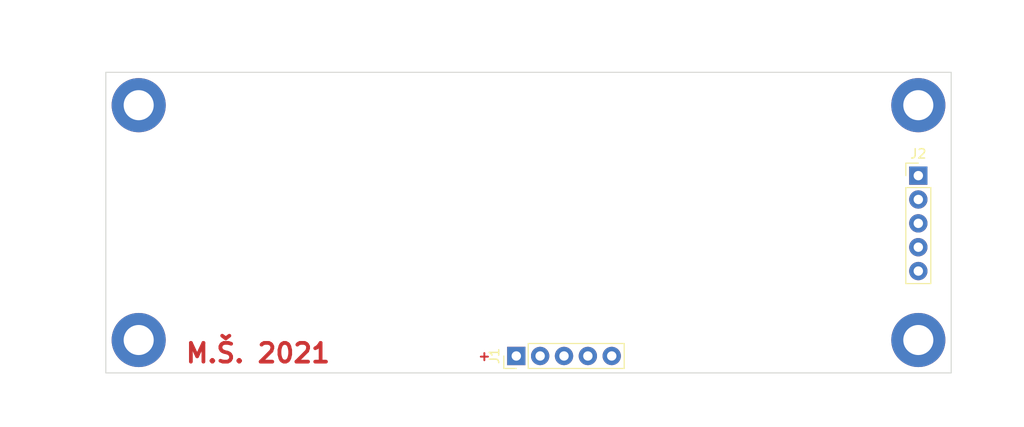
<source format=kicad_pcb>
(kicad_pcb (version 20171130) (host pcbnew 5.1.12-1.fc35)

  (general
    (thickness 1.6)
    (drawings 10)
    (tracks 0)
    (zones 0)
    (modules 6)
    (nets 10)
  )

  (page A4)
  (title_block
    (title "Řízení 3fáz motoru - sensor otočení")
    (date 2021-11-23)
    (rev A)
  )

  (layers
    (0 F.Cu signal)
    (31 B.Cu signal)
    (32 B.Adhes user)
    (33 F.Adhes user)
    (34 B.Paste user)
    (35 F.Paste user)
    (36 B.SilkS user)
    (37 F.SilkS user)
    (38 B.Mask user)
    (39 F.Mask user)
    (40 Dwgs.User user)
    (41 Cmts.User user)
    (42 Eco1.User user)
    (43 Eco2.User user)
    (44 Edge.Cuts user)
    (45 Margin user)
    (46 B.CrtYd user)
    (47 F.CrtYd user)
    (48 B.Fab user)
    (49 F.Fab user)
  )

  (setup
    (last_trace_width 1)
    (trace_clearance 0.4)
    (zone_clearance 0.508)
    (zone_45_only no)
    (trace_min 0.2)
    (via_size 2)
    (via_drill 1)
    (via_min_size 0.4)
    (via_min_drill 0.3)
    (uvia_size 0.3)
    (uvia_drill 0.1)
    (uvias_allowed no)
    (uvia_min_size 0.2)
    (uvia_min_drill 0.1)
    (edge_width 0.1)
    (segment_width 0.2)
    (pcb_text_width 0.3)
    (pcb_text_size 1.5 1.5)
    (mod_edge_width 0.15)
    (mod_text_size 1 1)
    (mod_text_width 0.15)
    (pad_size 1.524 1.524)
    (pad_drill 0.762)
    (pad_to_mask_clearance 0)
    (aux_axis_origin 0 0)
    (visible_elements FFFFFF7F)
    (pcbplotparams
      (layerselection 0x010fc_ffffffff)
      (usegerberextensions false)
      (usegerberattributes true)
      (usegerberadvancedattributes true)
      (creategerberjobfile true)
      (excludeedgelayer true)
      (linewidth 0.200000)
      (plotframeref false)
      (viasonmask false)
      (mode 1)
      (useauxorigin false)
      (hpglpennumber 1)
      (hpglpenspeed 20)
      (hpglpendiameter 15.000000)
      (psnegative false)
      (psa4output false)
      (plotreference true)
      (plotvalue true)
      (plotinvisibletext false)
      (padsonsilk false)
      (subtractmaskfromsilk false)
      (outputformat 1)
      (mirror false)
      (drillshape 1)
      (scaleselection 1)
      (outputdirectory ""))
  )

  (net 0 "")
  (net 1 GNDD)
  (net 2 +5V)
  (net 3 "Net-(IO1-Pad7)")
  (net 4 "Net-(IO1-Pad3)")
  (net 5 "Net-(IO2-Pad7)")
  (net 6 "Net-(IO2-Pad3)")
  (net 7 "Net-(IO3-Pad7)")
  (net 8 "Net-(IO3-Pad3)")
  (net 9 "Net-(J1-Pad5)")

  (net_class Default "This is the default net class."
    (clearance 0.4)
    (trace_width 1)
    (via_dia 2)
    (via_drill 1)
    (uvia_dia 0.3)
    (uvia_drill 0.1)
    (add_net +5V)
    (add_net GNDD)
    (add_net "Net-(IO1-Pad3)")
    (add_net "Net-(IO1-Pad7)")
    (add_net "Net-(IO2-Pad3)")
    (add_net "Net-(IO2-Pad7)")
    (add_net "Net-(IO3-Pad3)")
    (add_net "Net-(IO3-Pad7)")
    (add_net "Net-(J1-Pad5)")
  )

  (module MountingHole:MountingHole_3.2mm_M3_DIN965_Pad (layer F.Cu) (tedit 56D1B4CB) (tstamp 619C3459)
    (at 197 116)
    (descr "Mounting Hole 3.2mm, M3, DIN965")
    (tags "mounting hole 3.2mm m3 din965")
    (attr virtual)
    (fp_text reference REF** (at 0 -3.8) (layer F.SilkS) hide
      (effects (font (size 1 1) (thickness 0.15)))
    )
    (fp_text value MountingHole_3.2mm_M3_DIN965_Pad (at 0 3.8) (layer F.Fab) hide
      (effects (font (size 1 1) (thickness 0.15)))
    )
    (fp_circle (center 0 0) (end 2.8 0) (layer Cmts.User) (width 0.15))
    (fp_circle (center 0 0) (end 3.05 0) (layer F.CrtYd) (width 0.05))
    (fp_text user %R (at 0.3 0) (layer F.Fab) hide
      (effects (font (size 1 1) (thickness 0.15)))
    )
    (pad 1 thru_hole circle (at 0 0) (size 5.76 5.76) (drill 3.2) (layers *.Cu *.Mask))
  )

  (module MountingHole:MountingHole_3.2mm_M3_DIN965_Pad (layer F.Cu) (tedit 56D1B4CB) (tstamp 619C3459)
    (at 114 116)
    (descr "Mounting Hole 3.2mm, M3, DIN965")
    (tags "mounting hole 3.2mm m3 din965")
    (attr virtual)
    (fp_text reference REF** (at 0 -3.8) (layer F.SilkS) hide
      (effects (font (size 1 1) (thickness 0.15)))
    )
    (fp_text value MountingHole_3.2mm_M3_DIN965_Pad (at 0 3.8) (layer F.Fab) hide
      (effects (font (size 1 1) (thickness 0.15)))
    )
    (fp_circle (center 0 0) (end 2.8 0) (layer Cmts.User) (width 0.15))
    (fp_circle (center 0 0) (end 3.05 0) (layer F.CrtYd) (width 0.05))
    (fp_text user %R (at 0.3 0) (layer F.Fab) hide
      (effects (font (size 1 1) (thickness 0.15)))
    )
    (pad 1 thru_hole circle (at 0 0) (size 5.76 5.76) (drill 3.2) (layers *.Cu *.Mask))
  )

  (module MountingHole:MountingHole_3.2mm_M3_DIN965_Pad (layer F.Cu) (tedit 56D1B4CB) (tstamp 619C3459)
    (at 114 91)
    (descr "Mounting Hole 3.2mm, M3, DIN965")
    (tags "mounting hole 3.2mm m3 din965")
    (attr virtual)
    (fp_text reference REF** (at 0 -3.8) (layer F.SilkS) hide
      (effects (font (size 1 1) (thickness 0.15)))
    )
    (fp_text value MountingHole_3.2mm_M3_DIN965_Pad (at 0 3.8) (layer F.Fab) hide
      (effects (font (size 1 1) (thickness 0.15)))
    )
    (fp_circle (center 0 0) (end 2.8 0) (layer Cmts.User) (width 0.15))
    (fp_circle (center 0 0) (end 3.05 0) (layer F.CrtYd) (width 0.05))
    (fp_text user %R (at 0.3 0) (layer F.Fab) hide
      (effects (font (size 1 1) (thickness 0.15)))
    )
    (pad 1 thru_hole circle (at 0 0) (size 5.76 5.76) (drill 3.2) (layers *.Cu *.Mask))
  )

  (module MountingHole:MountingHole_3.2mm_M3_DIN965_Pad (layer F.Cu) (tedit 56D1B4CB) (tstamp 619C2F3F)
    (at 197 91)
    (descr "Mounting Hole 3.2mm, M3, DIN965")
    (tags "mounting hole 3.2mm m3 din965")
    (attr virtual)
    (fp_text reference REF** (at 0 -3.8) (layer F.SilkS) hide
      (effects (font (size 1 1) (thickness 0.15)))
    )
    (fp_text value MountingHole_3.2mm_M3_DIN965_Pad (at 0 3.8) (layer F.Fab) hide
      (effects (font (size 1 1) (thickness 0.15)))
    )
    (fp_circle (center 0 0) (end 2.8 0) (layer Cmts.User) (width 0.15))
    (fp_circle (center 0 0) (end 3.05 0) (layer F.CrtYd) (width 0.05))
    (fp_text user %R (at 0.3 0) (layer F.Fab) hide
      (effects (font (size 1 1) (thickness 0.15)))
    )
    (pad 1 thru_hole circle (at 0 0) (size 5.76 5.76) (drill 3.2) (layers *.Cu *.Mask))
  )

  (module Connector_PinHeader_2.54mm:PinHeader_1x05_P2.54mm_Vertical (layer F.Cu) (tedit 59FED5CC) (tstamp 619C34D3)
    (at 197 98.5)
    (descr "Through hole straight pin header, 1x05, 2.54mm pitch, single row")
    (tags "Through hole pin header THT 1x05 2.54mm single row")
    (path /61ABDD14)
    (fp_text reference J2 (at 0 -2.33) (layer F.SilkS)
      (effects (font (size 1 1) (thickness 0.15)))
    )
    (fp_text value output (at 0 12.49) (layer F.Fab)
      (effects (font (size 1 1) (thickness 0.15)))
    )
    (fp_line (start 1.8 -1.8) (end -1.8 -1.8) (layer F.CrtYd) (width 0.05))
    (fp_line (start 1.8 11.95) (end 1.8 -1.8) (layer F.CrtYd) (width 0.05))
    (fp_line (start -1.8 11.95) (end 1.8 11.95) (layer F.CrtYd) (width 0.05))
    (fp_line (start -1.8 -1.8) (end -1.8 11.95) (layer F.CrtYd) (width 0.05))
    (fp_line (start -1.33 -1.33) (end 0 -1.33) (layer F.SilkS) (width 0.12))
    (fp_line (start -1.33 0) (end -1.33 -1.33) (layer F.SilkS) (width 0.12))
    (fp_line (start -1.33 1.27) (end 1.33 1.27) (layer F.SilkS) (width 0.12))
    (fp_line (start 1.33 1.27) (end 1.33 11.49) (layer F.SilkS) (width 0.12))
    (fp_line (start -1.33 1.27) (end -1.33 11.49) (layer F.SilkS) (width 0.12))
    (fp_line (start -1.33 11.49) (end 1.33 11.49) (layer F.SilkS) (width 0.12))
    (fp_line (start -1.27 -0.635) (end -0.635 -1.27) (layer F.Fab) (width 0.1))
    (fp_line (start -1.27 11.43) (end -1.27 -0.635) (layer F.Fab) (width 0.1))
    (fp_line (start 1.27 11.43) (end -1.27 11.43) (layer F.Fab) (width 0.1))
    (fp_line (start 1.27 -1.27) (end 1.27 11.43) (layer F.Fab) (width 0.1))
    (fp_line (start -0.635 -1.27) (end 1.27 -1.27) (layer F.Fab) (width 0.1))
    (fp_text user %R (at 0 5.08 90) (layer F.Fab)
      (effects (font (size 1 1) (thickness 0.15)))
    )
    (pad 5 thru_hole oval (at 0 10.16) (size 1.95 1.95) (drill 1) (layers *.Cu *.Mask)
      (net 1 GNDD))
    (pad 4 thru_hole oval (at 0 7.62) (size 1.95 1.95) (drill 1) (layers *.Cu *.Mask)
      (net 7 "Net-(IO3-Pad7)"))
    (pad 3 thru_hole oval (at 0 5.08) (size 1.95 1.95) (drill 1) (layers *.Cu *.Mask)
      (net 5 "Net-(IO2-Pad7)"))
    (pad 2 thru_hole oval (at 0 2.54) (size 1.95 1.95) (drill 1) (layers *.Cu *.Mask)
      (net 3 "Net-(IO1-Pad7)"))
    (pad 1 thru_hole rect (at 0 0) (size 1.95 1.95) (drill 1) (layers *.Cu *.Mask)
      (net 2 +5V))
    (model ${KISYS3DMOD}/Connector_PinHeader_2.54mm.3dshapes/PinHeader_1x05_P2.54mm_Vertical.wrl
      (at (xyz 0 0 0))
      (scale (xyz 1 1 1))
      (rotate (xyz 0 0 0))
    )
  )

  (module Connector_PinHeader_2.54mm:PinHeader_1x05_P2.54mm_Vertical (layer F.Cu) (tedit 59FED5CC) (tstamp 6198483C)
    (at 154.2 117.7 90)
    (descr "Through hole straight pin header, 1x05, 2.54mm pitch, single row")
    (tags "Through hole pin header THT 1x05 2.54mm single row")
    (path /61A1DFBF)
    (fp_text reference J1 (at 0 -2.33 90) (layer F.SilkS)
      (effects (font (size 1 1) (thickness 0.15)))
    )
    (fp_text value opto (at 0 12.49 90) (layer F.Fab)
      (effects (font (size 1 1) (thickness 0.15)))
    )
    (fp_line (start 1.8 -1.8) (end -1.8 -1.8) (layer F.CrtYd) (width 0.05))
    (fp_line (start 1.8 11.95) (end 1.8 -1.8) (layer F.CrtYd) (width 0.05))
    (fp_line (start -1.8 11.95) (end 1.8 11.95) (layer F.CrtYd) (width 0.05))
    (fp_line (start -1.8 -1.8) (end -1.8 11.95) (layer F.CrtYd) (width 0.05))
    (fp_line (start -1.33 -1.33) (end 0 -1.33) (layer F.SilkS) (width 0.12))
    (fp_line (start -1.33 0) (end -1.33 -1.33) (layer F.SilkS) (width 0.12))
    (fp_line (start -1.33 1.27) (end 1.33 1.27) (layer F.SilkS) (width 0.12))
    (fp_line (start 1.33 1.27) (end 1.33 11.49) (layer F.SilkS) (width 0.12))
    (fp_line (start -1.33 1.27) (end -1.33 11.49) (layer F.SilkS) (width 0.12))
    (fp_line (start -1.33 11.49) (end 1.33 11.49) (layer F.SilkS) (width 0.12))
    (fp_line (start -1.27 -0.635) (end -0.635 -1.27) (layer F.Fab) (width 0.1))
    (fp_line (start -1.27 11.43) (end -1.27 -0.635) (layer F.Fab) (width 0.1))
    (fp_line (start 1.27 11.43) (end -1.27 11.43) (layer F.Fab) (width 0.1))
    (fp_line (start 1.27 -1.27) (end 1.27 11.43) (layer F.Fab) (width 0.1))
    (fp_line (start -0.635 -1.27) (end 1.27 -1.27) (layer F.Fab) (width 0.1))
    (fp_text user %R (at 0 5.08) (layer F.Fab)
      (effects (font (size 1 1) (thickness 0.15)))
    )
    (pad 5 thru_hole oval (at 0 10.16 90) (size 1.95 1.95) (drill 1) (layers *.Cu *.Mask)
      (net 9 "Net-(J1-Pad5)"))
    (pad 4 thru_hole oval (at 0 7.62 90) (size 1.95 1.95) (drill 1) (layers *.Cu *.Mask)
      (net 8 "Net-(IO3-Pad3)"))
    (pad 3 thru_hole oval (at 0 5.08 90) (size 1.95 1.95) (drill 1) (layers *.Cu *.Mask)
      (net 6 "Net-(IO2-Pad3)"))
    (pad 2 thru_hole oval (at 0 2.54 90) (size 1.95 1.95) (drill 1) (layers *.Cu *.Mask)
      (net 4 "Net-(IO1-Pad3)"))
    (pad 1 thru_hole rect (at 0 0 90) (size 1.95 1.95) (drill 1) (layers *.Cu *.Mask)
      (net 2 +5V))
    (model ${KISYS3DMOD}/Connector_PinHeader_2.54mm.3dshapes/PinHeader_1x05_P2.54mm_Vertical.wrl
      (at (xyz 0 0 0))
      (scale (xyz 1 1 1))
      (rotate (xyz 0 0 0))
    )
  )

  (gr_line (start 110.5 87.5) (end 200.5 87.5) (layer Edge.Cuts) (width 0.1))
  (dimension 90 (width 0.15) (layer Dwgs.User)
    (gr_text "90.000 mm" (at 155.5 80.5) (layer Dwgs.User)
      (effects (font (size 1 1) (thickness 0.15)))
    )
    (feature1 (pts (xy 200.5 87.5) (xy 200.5 81.213579)))
    (feature2 (pts (xy 110.5 87.5) (xy 110.5 81.213579)))
    (crossbar (pts (xy 110.5 81.8) (xy 200.5 81.8)))
    (arrow1a (pts (xy 200.5 81.8) (xy 199.373496 82.386421)))
    (arrow1b (pts (xy 200.5 81.8) (xy 199.373496 81.213579)))
    (arrow2a (pts (xy 110.5 81.8) (xy 111.626504 82.386421)))
    (arrow2b (pts (xy 110.5 81.8) (xy 111.626504 81.213579)))
  )
  (gr_text + (at 150.8 117.7) (layer F.Cu) (tstamp 619C1DD4)
    (effects (font (size 1 1) (thickness 0.2)))
  )
  (gr_text "M.Š. 2021" (at 126.7 117.4) (layer F.Cu)
    (effects (font (size 2 2) (thickness 0.4)))
  )
  (dimension 25 (width 0.15) (layer Dwgs.User)
    (gr_text "25.000 mm" (at 206.9 103.4 270) (layer Dwgs.User)
      (effects (font (size 1 1) (thickness 0.15)))
    )
    (feature1 (pts (xy 196.8 115.9) (xy 206.186421 115.9)))
    (feature2 (pts (xy 196.8 90.9) (xy 206.186421 90.9)))
    (crossbar (pts (xy 205.6 90.9) (xy 205.6 115.9)))
    (arrow1a (pts (xy 205.6 115.9) (xy 205.013579 114.773496)))
    (arrow1b (pts (xy 205.6 115.9) (xy 206.186421 114.773496)))
    (arrow2a (pts (xy 205.6 90.9) (xy 205.013579 92.026504)))
    (arrow2b (pts (xy 205.6 90.9) (xy 206.186421 92.026504)))
  )
  (dimension 83 (width 0.15) (layer Dwgs.User)
    (gr_text "83.000 mm" (at 155.5 125.9) (layer Dwgs.User)
      (effects (font (size 1 1) (thickness 0.15)))
    )
    (feature1 (pts (xy 197 116.2) (xy 197 125.186421)))
    (feature2 (pts (xy 114 116.2) (xy 114 125.186421)))
    (crossbar (pts (xy 114 124.6) (xy 197 124.6)))
    (arrow1a (pts (xy 197 124.6) (xy 195.873496 125.186421)))
    (arrow1b (pts (xy 197 124.6) (xy 195.873496 124.013579)))
    (arrow2a (pts (xy 114 124.6) (xy 115.126504 125.186421)))
    (arrow2b (pts (xy 114 124.6) (xy 115.126504 124.013579)))
  )
  (dimension 32 (width 0.15) (layer Dwgs.User)
    (gr_text "32.000 mm" (at 102.9 103.5 270) (layer Dwgs.User)
      (effects (font (size 1 1) (thickness 0.15)))
    )
    (feature1 (pts (xy 110.5 119.5) (xy 103.613579 119.5)))
    (feature2 (pts (xy 110.5 87.5) (xy 103.613579 87.5)))
    (crossbar (pts (xy 104.2 87.5) (xy 104.2 119.5)))
    (arrow1a (pts (xy 104.2 119.5) (xy 103.613579 118.373496)))
    (arrow1b (pts (xy 104.2 119.5) (xy 104.786421 118.373496)))
    (arrow2a (pts (xy 104.2 87.5) (xy 103.613579 88.626504)))
    (arrow2b (pts (xy 104.2 87.5) (xy 104.786421 88.626504)))
  )
  (gr_line (start 110.5 119.5) (end 110.5 87.5) (layer Edge.Cuts) (width 0.1))
  (gr_line (start 200.5 119.5) (end 110.5 119.5) (layer Edge.Cuts) (width 0.1))
  (gr_line (start 200.5 87.5) (end 200.5 119.5) (layer Edge.Cuts) (width 0.1))

)

</source>
